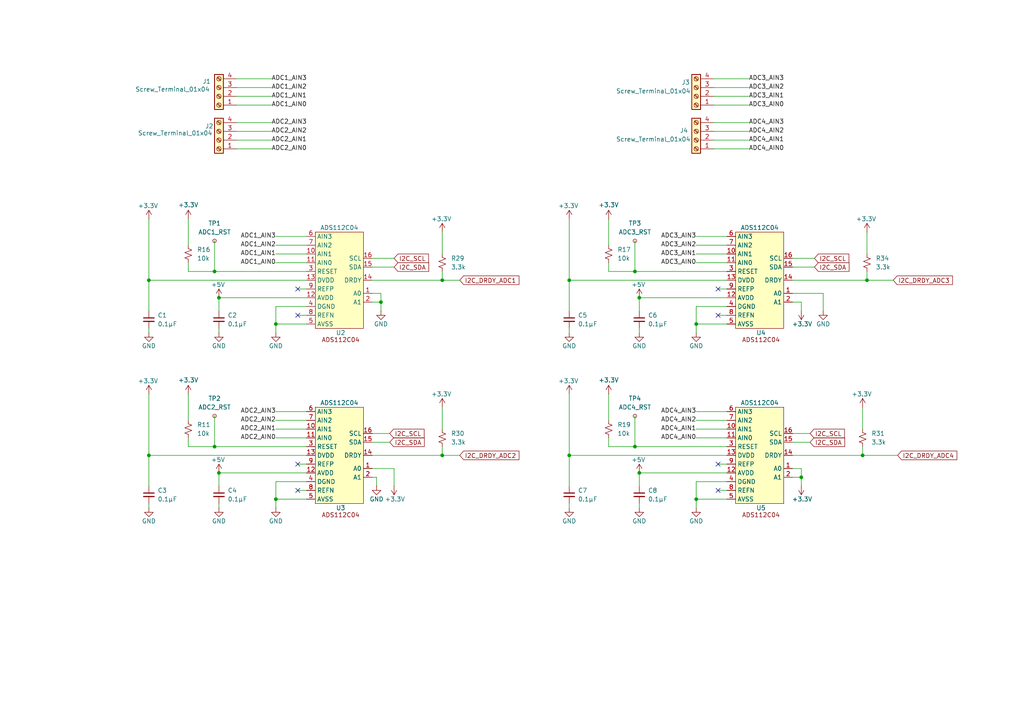
<source format=kicad_sch>
(kicad_sch (version 20250114) (generator "eeschema") (generator_version "9.0")
  (paper "A4")
  (title_block (rev "0.1.0") (company "Queen's Rocket Engineering Team"))
  (lib_symbols
    (symbol "ADS112C04_1"
      (property "Reference" "U" (at -0.762 -12.7 0))
      (symbol "ADS112C04_1_1_1"
        (rectangle (start -7.62 16.51) (end 6.35 -11.43) (fill (type background)))
        (text "ADS112C04" (at -0.254 -14.732 0) (effects (font (size 1.27 1.27))))
        (pin input line (at -10.16 15.24 0) (length 2.54) (name "AIN3") (number "6"))
        (pin input line (at -10.16 12.7 0) (length 2.54) (name "AIN2") (number "7"))
        (pin input line (at -10.16 10.16 0) (length 2.54) (name "AIN1") (number "10"))
        (pin input line (at -10.16 7.62 0) (length 2.54) (name "AIN0") (number "11"))
        (pin input line (at -10.16 5.08 0) (length 2.54) (name "RESET") (number "3"))
        (pin power_in line (at -10.16 2.54 0) (length 2.54) (name "DVDD") (number "13"))
        (pin input line (at -10.16 0 0) (length 2.54) (name "REFP") (number "9"))
        (pin power_in line (at -10.16 -2.54 0) (length 2.54) (name "AVDD") (number "12"))
        (pin power_in line (at -10.16 -5.08 0) (length 2.54) (name "DGND") (number "4"))
        (pin input line (at -10.16 -7.62 0) (length 2.54) (name "REFN") (number "8"))
        (pin power_in line (at -10.16 -10.16 0) (length 2.54) (name "AVSS") (number "5"))
        (pin input line (at 8.89 8.89 180) (length 2.54) (name "SCL") (number "16"))
        (pin bidirectional line (at 8.89 6.35 180) (length 2.54) (name "SDA") (number "15"))
        (pin output line (at 8.89 2.54 180) (length 2.54) (name "DRDY") (number "14"))
        (pin input line (at 8.89 -1.27 180) (length 2.54) (name "A0") (number "1"))
        (pin input line (at 8.89 -3.81 180) (length 2.54) (name "A1") (number "2"))
      )
    )
    (symbol "Connector:Screw_Terminal_01x04" (pin_names (offset 1.016) (hide yes))
      (property "Reference" "J" (at 0 5.08 0))
      (property "Value" "Screw_Terminal_01x04" (at 0 -7.62 0))
      (symbol "Screw_Terminal_01x04_1_1"
        (rectangle (start -1.27 3.81) (end 1.27 -6.35) (stroke (width 0.254)) (fill (type background)))
        (polyline (pts (xy -0.5334 2.8702) (xy 0.3302 2.032)) (stroke (width 0.1524)))
        (polyline (pts (xy -0.5334 0.3302) (xy 0.3302 -0.508)) (stroke (width 0.1524)))
        (polyline (pts (xy -0.5334 -2.2098) (xy 0.3302 -3.048)) (stroke (width 0.1524)))
        (polyline (pts (xy -0.5334 -4.7498) (xy 0.3302 -5.588)) (stroke (width 0.1524)))
        (polyline (pts (xy -0.3556 3.048) (xy 0.508 2.2098)) (stroke (width 0.1524)))
        (polyline (pts (xy -0.3556 0.508) (xy 0.508 -0.3302)) (stroke (width 0.1524)))
        (polyline (pts (xy -0.3556 -2.032) (xy 0.508 -2.8702)) (stroke (width 0.1524)))
        (polyline (pts (xy -0.3556 -4.572) (xy 0.508 -5.4102)) (stroke (width 0.1524)))
        (circle (center 0 2.54) (radius 0.635) (stroke (width 0.1524)))
        (circle (center 0 0) (radius 0.635) (stroke (width 0.1524)))
        (circle (center 0 -2.54) (radius 0.635) (stroke (width 0.1524)))
        (circle (center 0 -5.08) (radius 0.635) (stroke (width 0.1524)))
        (pin passive line (at -5.08 2.54 0) (length 3.81) (name "Pin_1") (number "1"))
        (pin passive line (at -5.08 0 0) (length 3.81) (name "Pin_2") (number "2"))
        (pin passive line (at -5.08 -2.54 0) (length 3.81) (name "Pin_3") (number "3"))
        (pin passive line (at -5.08 -5.08 0) (length 3.81) (name "Pin_4") (number "4"))
      )
    )
    (symbol "Connector:TestPoint_Small" (pin_numbers (hide yes)) (pin_names (offset 0.762) (hide yes))
      (property "Reference" "TP" (at 0 3.81 0))
      (property "Value" "TestPoint_Small" (at 0 2.032 0))
      (symbol "TestPoint_Small_0_1"
        (circle (center 0 0) (radius 0.508))
      )
      (symbol "TestPoint_Small_1_1"
        (pin passive line (at 0 0 90) (length 0) (name "1") (number "1"))
      )
    )
    (symbol "Device:C_Small" (pin_numbers (hide yes)) (pin_names (offset 0.254) (hide yes))
      (property "Reference" "C" (at 0.254 1.778 0))
      (property "Value" "C_Small" (at 0.254 -2.032 0))
      (symbol "C_Small_0_1"
        (polyline (pts (xy -1.524 0.508) (xy 1.524 0.508)) (stroke (width 0.3048)))
        (polyline (pts (xy -1.524 -0.508) (xy 1.524 -0.508)) (stroke (width 0.3302)))
      )
      (symbol "C_Small_1_1"
        (pin passive line (at 0 2.54 270) (length 2.032) (name "~") (number "1"))
        (pin passive line (at 0 -2.54 90) (length 2.032) (name "~") (number "2"))
      )
    )
    (symbol "Device:R_Small_US" (pin_numbers (hide yes)) (pin_names (offset 0.254) (hide yes))
      (property "Reference" "R" (at 0.762 0.508 0))
      (property "Value" "R_Small_US" (at 0.762 -1.016 0))
      (symbol "R_Small_US_1_1"
        (polyline (pts (xy 0 1.524) (xy 1.016 1.143) (xy 0 0.762) (xy -1.016 0.381) (xy 0 0)))
        (polyline (pts (xy 0 0) (xy 1.016 -0.381) (xy 0 -0.762) (xy -1.016 -1.143) (xy 0 -1.524)))
        (pin passive line (at 0 2.54 270) (length 1.016) (name "~") (number "1"))
        (pin passive line (at 0 -2.54 90) (length 1.016) (name "~") (number "2"))
      )
    )
    (symbol "power:+3.3V" (power) (pin_numbers (hide yes)) (pin_names (offset 0) (hide yes))
      (property "Value" "+3.3V" (at 0 3.556 0))
      (symbol "+3.3V_0_1"
        (polyline (pts (xy -0.762 1.27) (xy 0 2.54)))
        (polyline (pts (xy 0 2.54) (xy 0.762 1.27)))
        (polyline (pts (xy 0 0) (xy 0 2.54)))
      )
      (symbol "+3.3V_1_1"
        (pin power_in line (at 0 0 90) (length 0) (name "~") (number "1"))
      )
    )
    (symbol "power:GND" (power) (pin_numbers (hide yes)) (pin_names (offset 0) (hide yes))
      (property "Value" "GND" (at 0 -3.81 0))
      (symbol "GND_0_1"
        (polyline (pts (xy 0 0) (xy 0 -1.27) (xy 1.27 -1.27) (xy 0 -2.54) (xy -1.27 -1.27) (xy 0 -1.27)))
      )
      (symbol "GND_1_1"
        (pin power_in line (at 0 0 270) (length 0) (name "~") (number "1"))
      )
    )
  )
  (junction (at 184.15 78.74))
  (junction (at 110.49 87.63))
  (junction (at 232.41 138.43))
  (junction (at 185.42 137.16))
  (junction (at 165.1 81.28))
  (junction (at 43.18 81.28))
  (junction (at 80.01 144.78))
  (junction (at 201.93 144.78))
  (junction (at 128.27 81.28))
  (junction (at 251.46 81.28))
  (junction (at 43.18 132.08))
  (junction (at 185.42 86.36))
  (junction (at 62.23 78.74))
  (junction (at 250.19 132.08))
  (junction (at 184.15 129.54))
  (junction (at 63.5 137.16))
  (junction (at 80.01 93.98))
  (junction (at 62.23 129.54))
  (junction (at 165.1 132.08))
  (junction (at 128.27 132.08))
  (junction (at 201.93 93.98))
  (junction (at 63.5 86.36))
  (no_connect (at 208.28 91.44))
  (no_connect (at 208.28 83.82))
  (no_connect (at 208.28 142.24))
  (no_connect (at 86.36 142.24))
  (no_connect (at 208.28 134.62))
  (no_connect (at 86.36 134.62))
  (no_connect (at 86.36 91.44))
  (no_connect (at 86.36 83.82))
  (wire (pts (xy 229.87 135.89) (xy 232.41 135.89)))
  (wire (pts (xy 165.1 63.5) (xy 165.1 81.28)))
  (wire (pts (xy 63.5 146.05) (xy 63.5 147.32)))
  (wire (pts (xy 78.74 35.56) (xy 68.58 35.56)))
  (wire (pts (xy 184.15 69.85) (xy 184.15 78.74)))
  (wire (pts (xy 128.27 118.11) (xy 128.27 124.46)))
  (wire (pts (xy 201.93 139.7) (xy 201.93 144.78)))
  (wire (pts (xy 62.23 120.65) (xy 62.23 129.54)))
  (wire (pts (xy 201.93 73.66) (xy 210.82 73.66)))
  (wire (pts (xy 62.23 129.54) (xy 54.61 129.54)))
  (wire (pts (xy 208.28 83.82) (xy 210.82 83.82)))
  (wire (pts (xy 78.74 38.1) (xy 68.58 38.1)))
  (wire (pts (xy 109.22 138.43) (xy 109.22 140.97)))
  (wire (pts (xy 165.1 132.08) (xy 210.82 132.08)))
  (wire (pts (xy 43.18 63.5) (xy 43.18 81.28)))
  (wire (pts (xy 229.87 87.63) (xy 232.41 87.63)))
  (wire (pts (xy 250.19 118.11) (xy 250.19 124.46)))
  (wire (pts (xy 107.95 77.47) (xy 114.3 77.47)))
  (wire (pts (xy 63.5 86.36) (xy 88.9 86.36)))
  (wire (pts (xy 80.01 73.66) (xy 88.9 73.66)))
  (wire (pts (xy 184.15 129.54) (xy 210.82 129.54)))
  (wire (pts (xy 217.17 43.18) (xy 207.01 43.18)))
  (wire (pts (xy 107.95 135.89) (xy 114.3 135.89)))
  (wire (pts (xy 54.61 63.5) (xy 54.61 71.12)))
  (wire (pts (xy 63.5 86.36) (xy 63.5 90.17)))
  (wire (pts (xy 250.19 132.08) (xy 229.87 132.08)))
  (wire (pts (xy 128.27 67.31) (xy 128.27 73.66)))
  (wire (pts (xy 184.15 78.74) (xy 176.53 78.74)))
  (wire (pts (xy 80.01 121.92) (xy 88.9 121.92)))
  (wire (pts (xy 165.1 81.28) (xy 165.1 90.17)))
  (wire (pts (xy 43.18 132.08) (xy 43.18 140.97)))
  (wire (pts (xy 176.53 78.74) (xy 176.53 76.2)))
  (wire (pts (xy 185.42 86.36) (xy 210.82 86.36)))
  (wire (pts (xy 201.93 71.12) (xy 210.82 71.12)))
  (wire (pts (xy 250.19 132.08) (xy 260.35 132.08)))
  (wire (pts (xy 208.28 134.62) (xy 210.82 134.62)))
  (wire (pts (xy 238.76 85.09) (xy 238.76 90.17)))
  (wire (pts (xy 185.42 146.05) (xy 185.42 147.32)))
  (wire (pts (xy 185.42 86.36) (xy 185.42 90.17)))
  (wire (pts (xy 88.9 144.78) (xy 80.01 144.78)))
  (wire (pts (xy 128.27 129.54) (xy 128.27 132.08)))
  (wire (pts (xy 54.61 114.3) (xy 54.61 121.92)))
  (wire (pts (xy 80.01 124.46) (xy 88.9 124.46)))
  (wire (pts (xy 43.18 95.25) (xy 43.18 96.52)))
  (wire (pts (xy 43.18 114.3) (xy 43.18 132.08)))
  (wire (pts (xy 201.93 124.46) (xy 210.82 124.46)))
  (wire (pts (xy 63.5 137.16) (xy 88.9 137.16)))
  (wire (pts (xy 201.93 119.38) (xy 210.82 119.38)))
  (wire (pts (xy 43.18 81.28) (xy 88.9 81.28)))
  (wire (pts (xy 217.17 25.4) (xy 207.01 25.4)))
  (wire (pts (xy 232.41 87.63) (xy 232.41 90.17)))
  (wire (pts (xy 80.01 144.78) (xy 80.01 147.32)))
  (wire (pts (xy 201.93 68.58) (xy 210.82 68.58)))
  (wire (pts (xy 113.03 128.27) (xy 107.95 128.27)))
  (wire (pts (xy 107.95 81.28) (xy 128.27 81.28)))
  (wire (pts (xy 250.19 129.54) (xy 250.19 132.08)))
  (wire (pts (xy 107.95 125.73) (xy 113.03 125.73)))
  (wire (pts (xy 78.74 27.94) (xy 68.58 27.94)))
  (wire (pts (xy 201.93 88.9) (xy 201.93 93.98)))
  (wire (pts (xy 128.27 132.08) (xy 133.35 132.08)))
  (wire (pts (xy 107.95 85.09) (xy 110.49 85.09)))
  (wire (pts (xy 165.1 132.08) (xy 165.1 140.97)))
  (wire (pts (xy 62.23 69.85) (xy 62.23 78.74)))
  (wire (pts (xy 229.87 138.43) (xy 232.41 138.43)))
  (wire (pts (xy 88.9 88.9) (xy 80.01 88.9)))
  (wire (pts (xy 86.36 134.62) (xy 88.9 134.62)))
  (wire (pts (xy 78.74 22.86) (xy 68.58 22.86)))
  (wire (pts (xy 184.15 120.65) (xy 184.15 129.54)))
  (wire (pts (xy 201.93 93.98) (xy 201.93 96.52)))
  (wire (pts (xy 80.01 127) (xy 88.9 127)))
  (wire (pts (xy 78.74 40.64) (xy 68.58 40.64)))
  (wire (pts (xy 80.01 88.9) (xy 80.01 93.98)))
  (wire (pts (xy 201.93 144.78) (xy 201.93 147.32)))
  (wire (pts (xy 54.61 129.54) (xy 54.61 127)))
  (wire (pts (xy 217.17 27.94) (xy 207.01 27.94)))
  (wire (pts (xy 78.74 43.18) (xy 68.58 43.18)))
  (wire (pts (xy 184.15 78.74) (xy 210.82 78.74)))
  (wire (pts (xy 78.74 30.48) (xy 68.58 30.48)))
  (wire (pts (xy 210.82 139.7) (xy 201.93 139.7)))
  (wire (pts (xy 208.28 91.44) (xy 210.82 91.44)))
  (wire (pts (xy 128.27 132.08) (xy 107.95 132.08)))
  (wire (pts (xy 114.3 135.89) (xy 114.3 140.97)))
  (wire (pts (xy 210.82 144.78) (xy 201.93 144.78)))
  (wire (pts (xy 232.41 138.43) (xy 232.41 140.97)))
  (wire (pts (xy 80.01 68.58) (xy 88.9 68.58)))
  (wire (pts (xy 185.42 137.16) (xy 210.82 137.16)))
  (wire (pts (xy 107.95 138.43) (xy 109.22 138.43)))
  (wire (pts (xy 210.82 93.98) (xy 201.93 93.98)))
  (wire (pts (xy 165.1 146.05) (xy 165.1 147.32)))
  (wire (pts (xy 80.01 139.7) (xy 80.01 144.78)))
  (wire (pts (xy 217.17 35.56) (xy 207.01 35.56)))
  (wire (pts (xy 176.53 129.54) (xy 176.53 127)))
  (wire (pts (xy 234.95 125.73) (xy 229.87 125.73)))
  (wire (pts (xy 80.01 71.12) (xy 88.9 71.12)))
  (wire (pts (xy 251.46 67.31) (xy 251.46 73.66)))
  (wire (pts (xy 88.9 139.7) (xy 80.01 139.7)))
  (wire (pts (xy 217.17 38.1) (xy 207.01 38.1)))
  (wire (pts (xy 88.9 93.98) (xy 80.01 93.98)))
  (wire (pts (xy 62.23 78.74) (xy 88.9 78.74)))
  (wire (pts (xy 229.87 81.28) (xy 251.46 81.28)))
  (wire (pts (xy 251.46 81.28) (xy 259.08 81.28)))
  (wire (pts (xy 210.82 88.9) (xy 201.93 88.9)))
  (wire (pts (xy 165.1 114.3) (xy 165.1 132.08)))
  (wire (pts (xy 201.93 76.2) (xy 210.82 76.2)))
  (wire (pts (xy 234.95 128.27) (xy 229.87 128.27)))
  (wire (pts (xy 176.53 114.3) (xy 176.53 121.92)))
  (wire (pts (xy 185.42 137.16) (xy 185.42 140.97)))
  (wire (pts (xy 184.15 129.54) (xy 176.53 129.54)))
  (wire (pts (xy 107.95 74.93) (xy 114.3 74.93)))
  (wire (pts (xy 43.18 132.08) (xy 88.9 132.08)))
  (wire (pts (xy 107.95 87.63) (xy 110.49 87.63)))
  (wire (pts (xy 63.5 95.25) (xy 63.5 96.52)))
  (wire (pts (xy 43.18 81.28) (xy 43.18 90.17)))
  (wire (pts (xy 62.23 78.74) (xy 54.61 78.74)))
  (wire (pts (xy 128.27 78.74) (xy 128.27 81.28)))
  (wire (pts (xy 86.36 91.44) (xy 88.9 91.44)))
  (wire (pts (xy 54.61 78.74) (xy 54.61 76.2)))
  (wire (pts (xy 185.42 95.25) (xy 185.42 96.52)))
  (wire (pts (xy 62.23 129.54) (xy 88.9 129.54)))
  (wire (pts (xy 217.17 22.86) (xy 207.01 22.86)))
  (wire (pts (xy 201.93 127) (xy 210.82 127)))
  (wire (pts (xy 208.28 142.24) (xy 210.82 142.24)))
  (wire (pts (xy 217.17 40.64) (xy 207.01 40.64)))
  (wire (pts (xy 229.87 74.93) (xy 236.22 74.93)))
  (wire (pts (xy 110.49 85.09) (xy 110.49 87.63)))
  (wire (pts (xy 80.01 119.38) (xy 88.9 119.38)))
  (wire (pts (xy 251.46 78.74) (xy 251.46 81.28)))
  (wire (pts (xy 165.1 81.28) (xy 210.82 81.28)))
  (wire (pts (xy 165.1 95.25) (xy 165.1 96.52)))
  (wire (pts (xy 86.36 83.82) (xy 88.9 83.82)))
  (wire (pts (xy 232.41 135.89) (xy 232.41 138.43)))
  (wire (pts (xy 80.01 93.98) (xy 80.01 96.52)))
  (wire (pts (xy 63.5 137.16) (xy 63.5 140.97)))
  (wire (pts (xy 217.17 30.48) (xy 207.01 30.48)))
  (wire (pts (xy 80.01 76.2) (xy 88.9 76.2)))
  (wire (pts (xy 201.93 121.92) (xy 210.82 121.92)))
  (wire (pts (xy 229.87 77.47) (xy 236.22 77.47)))
  (wire (pts (xy 78.74 25.4) (xy 68.58 25.4)))
  (wire (pts (xy 110.49 87.63) (xy 110.49 90.17)))
  (wire (pts (xy 176.53 63.5) (xy 176.53 71.12)))
  (wire (pts (xy 128.27 81.28) (xy 133.35 81.28)))
  (wire (pts (xy 86.36 142.24) (xy 88.9 142.24)))
  (wire (pts (xy 43.18 146.05) (xy 43.18 147.32)))
  (wire (pts (xy 229.87 85.09) (xy 238.76 85.09)))
  (label "ADC1_AIN3" (at 78.74 22.86 0))
  (label "ADC1_AIN2" (at 80.01 71.12 180))
  (label "ADC4_AIN3" (at 217.17 35.56 0))
  (label "ADC3_AIN0" (at 217.17 30.48 0))
  (label "ADC1_AIN2" (at 78.74 25.4 0))
  (label "ADC3_AIN3" (at 201.93 68.58 180))
  (label "ADC2_AIN3" (at 78.74 35.56 0))
  (label "ADC2_AIN3" (at 80.01 119.38 180))
  (label "ADC1_AIN1" (at 80.01 73.66 180))
  (label "ADC3_AIN3" (at 217.17 22.86 0))
  (label "ADC1_AIN0" (at 80.01 76.2 180))
  (label "ADC2_AIN1" (at 78.74 40.64 0))
  (label "ADC2_AIN0" (at 80.01 127 180))
  (label "ADC3_AIN1" (at 201.93 73.66 180))
  (label "ADC4_AIN0" (at 201.93 127 180))
  (label "ADC4_AIN3" (at 201.93 119.38 180))
  (label "ADC4_AIN2" (at 201.93 121.92 180))
  (label "ADC3_AIN0" (at 201.93 76.2 180))
  (label "ADC1_AIN1" (at 78.74 27.94 0))
  (label "ADC4_AIN0" (at 217.17 43.18 0))
  (label "ADC4_AIN2" (at 217.17 38.1 0))
  (label "ADC1_AIN3" (at 80.01 68.58 180))
  (label "ADC3_AIN2" (at 201.93 71.12 180))
  (label "ADC2_AIN1" (at 80.01 124.46 180))
  (label "ADC3_AIN2" (at 217.17 25.4 0))
  (label "ADC2_AIN2" (at 80.01 121.92 180))
  (label "ADC1_AIN0" (at 78.74 30.48 0))
  (label "ADC2_AIN0" (at 78.74 43.18 0))
  (label "ADC3_AIN1" (at 217.17 27.94 0))
  (label "ADC2_AIN2" (at 78.74 38.1 0))
  (label "ADC4_AIN1" (at 217.17 40.64 0))
  (label "ADC4_AIN1" (at 201.93 124.46 180))
  (global_label "I2C_SCL" (shape input) (at 114.3 74.93 0) (property "Intersheetrefs" "${INTERSHEET_REFS}" (effects (hide yes))))
  (global_label "I2C_DRDY_ADC1" (shape input) (at 133.35 81.28 0) (property "Intersheetrefs" "${INTERSHEET_REFS}" (effects (hide yes))))
  (global_label "I2C_SCL" (shape input) (at 113.03 125.73 0) (property "Intersheetrefs" "${INTERSHEET_REFS}" (effects (hide yes))))
  (global_label "I2C_SDA" (shape input) (at 234.95 128.27 0) (property "Intersheetrefs" "${INTERSHEET_REFS}" (effects (hide yes))))
  (global_label "I2C_SDA" (shape input) (at 114.3 77.47 0) (property "Intersheetrefs" "${INTERSHEET_REFS}" (effects (hide yes))))
  (global_label "I2C_SCL" (shape input) (at 234.95 125.73 0) (property "Intersheetrefs" "${INTERSHEET_REFS}" (effects (hide yes))))
  (global_label "I2C_DRDY_ADC3" (shape input) (at 259.08 81.28 0) (property "Intersheetrefs" "${INTERSHEET_REFS}" (effects (hide yes))))
  (global_label "I2C_DRDY_ADC2" (shape input) (at 133.35 132.08 0) (property "Intersheetrefs" "${INTERSHEET_REFS}" (effects (hide yes))))
  (global_label "I2C_SDA" (shape input) (at 113.03 128.27 0) (property "Intersheetrefs" "${INTERSHEET_REFS}" (effects (hide yes))))
  (global_label "I2C_SDA" (shape input) (at 236.22 77.47 0) (property "Intersheetrefs" "${INTERSHEET_REFS}" (effects (hide yes))))
  (global_label "I2C_DRDY_ADC4" (shape input) (at 260.35 132.08 0) (property "Intersheetrefs" "${INTERSHEET_REFS}" (effects (hide yes))))
  (global_label "I2C_SCL" (shape input) (at 236.22 74.93 0) (property "Intersheetrefs" "${INTERSHEET_REFS}" (effects (hide yes))))
  (symbol (lib_id "power:GND") (at 80.01 147.32 0) (unit 1)
    (property "Reference" "#PWR013" (effects (hide yes)))
    (property "Value" "GND" (at 80.01 151.13 0))
    (property "Description" "Power symbol creates a global label with name \"GND\" , ground" (effects (hide yes)))
  )
  (symbol (lib_id "Connector:TestPoint_Small") (at 62.23 120.65 90) (unit 1)
    (property "Reference" "TP2" (at 62.23 115.57 90))
    (property "Value" "ADC2_RST" (at 62.23 118.11 90))
    (property "Footprint" "TestPoint:TestPoint_Pad_D2.0mm" (effects (hide yes)))
    (property "Description" "test point" (effects (hide yes)))
  )
  (symbol (lib_id "power:GND") (at 110.49 90.17 0) (unit 1)
    (property "Reference" "#PWR018" (effects (hide yes)))
    (property "Value" "GND" (at 110.49 93.98 0))
    (property "Description" "Power symbol creates a global label with name \"GND\" , ground" (effects (hide yes)))
  )
  (symbol (lib_id "Device:C_Small") (at 63.5 92.71 0) (unit 1)
    (property "Reference" "C2" (at 66.04 91.4462 0) (effects (justify left)))
    (property "Value" "0.1μF" (at 66.04 93.9862 0) (effects (justify left)))
    (property "Footprint" "Capacitor_SMD:C_0402_1005Metric" (effects (hide yes)))
    (property "Description" "Unpolarized capacitor, small symbol" (effects (hide yes)))
    (property "MPN" "CL05B104KO5NNNC" (effects (hide yes)))
    (property "LCSC" "C1525" (effects (hide yes)))
  )
  (symbol (lib_id "Connector:Screw_Terminal_01x04") (at 201.93 40.64 180) (unit 1)
    (property "Reference" "J4" (at 198.374 37.846 0))
    (property "Value" "Screw_Terminal_01x04" (at 189.484 40.386 0))
    (property "Footprint" "TerminalBlock:TerminalBlock_Xinya_XY308-2.54-4P_1x04_P2.54mm_Horizontal" (effects (hide yes)))
    (property "Description" "Generic screw terminal, single row, 01x04, script generated (kicad-library-utils/schlib/autogen/connector/)" (effects (hide yes)))
    (property "Digikey PN" "ED10563-ND" (effects (hide yes)))
  )
  (symbol (lib_id "Device:C_Small") (at 165.1 92.71 0) (unit 1)
    (property "Reference" "C5" (at 167.64 91.4462 0) (effects (justify left)))
    (property "Value" "0.1μF" (at 167.64 93.9862 0) (effects (justify left)))
    (property "Footprint" "Capacitor_SMD:C_0402_1005Metric" (effects (hide yes)))
    (property "Description" "Unpolarized capacitor, small symbol" (effects (hide yes)))
    (property "MPN" "CL05B104KO5NNNC" (effects (hide yes)))
    (property "LCSC" "C1525" (effects (hide yes)))
  )
  (symbol (lib_id "power:GND") (at 43.18 96.52 0) (unit 1)
    (property "Reference" "#PWR04" (effects (hide yes)))
    (property "Value" "GND" (at 43.18 100.33 0))
    (property "Description" "Power symbol creates a global label with name \"GND\" , ground" (effects (hide yes)))
  )
  (symbol (lib_id "Device:C_Small") (at 43.18 92.71 0) (unit 1)
    (property "Reference" "C1" (at 45.72 91.4462 0) (effects (justify left)))
    (property "Value" "0.1μF" (at 45.72 93.9862 0) (effects (justify left)))
    (property "Footprint" "Capacitor_SMD:C_0402_1005Metric" (effects (hide yes)))
    (property "Description" "Unpolarized capacitor, small symbol" (effects (hide yes)))
    (property "MPN" "CL05B104KO5NNNC" (effects (hide yes)))
    (property "LCSC" "C1525" (effects (hide yes)))
  )
  (symbol (lib_id "power:GND") (at 201.93 96.52 0) (unit 1)
    (property "Reference" "#PWR022" (effects (hide yes)))
    (property "Value" "GND" (at 201.93 100.33 0))
    (property "Description" "Power symbol creates a global label with name \"GND\" , ground" (effects (hide yes)))
  )
  (symbol (lib_id "power:+3.3V") (at 176.53 114.3 0) (unit 1)
    (property "Reference" "#PWR037" (effects (hide yes)))
    (property "Value" "+3.3V" (at 176.53 110.236 0))
    (property "Description" "Power symbol creates a global label with name \"+3.3V\"" (effects (hide yes)))
  )
  (symbol (lib_id "Connector:TestPoint_Small") (at 62.23 69.85 90) (unit 1)
    (property "Reference" "TP1" (at 62.23 64.77 90))
    (property "Value" "ADC1_RST" (at 62.23 67.31 90))
    (property "Footprint" "TestPoint:TestPoint_Pad_D2.0mm" (effects (hide yes)))
    (property "Description" "test point" (effects (hide yes)))
  )
  (symbol (lib_id "Connector:TestPoint_Small") (at 184.15 120.65 90) (unit 1)
    (property "Reference" "TP4" (at 184.15 115.57 90))
    (property "Value" "ADC4_RST" (at 184.15 118.11 90))
    (property "Footprint" "TestPoint:TestPoint_Pad_D2.0mm" (effects (hide yes)))
    (property "Description" "test point" (effects (hide yes)))
  )
  (symbol (lib_id "power:+3.3V") (at 43.18 114.3 0) (unit 1)
    (property "Reference" "#PWR09" (effects (hide yes)))
    (property "Value" "+3.3V" (at 42.926 110.49 0))
    (property "Description" "Power symbol creates a global label with name \"+3.3V\"" (effects (hide yes)))
  )
  (symbol (lib_id "power:GND") (at 201.93 147.32 0) (unit 1)
    (property "Reference" "#PWR023" (effects (hide yes)))
    (property "Value" "GND" (at 201.93 151.13 0))
    (property "Description" "Power symbol creates a global label with name \"GND\" , ground" (effects (hide yes)))
  )
  (symbol (lib_id "power:+3.3V") (at 63.5 86.36 0) (unit 1)
    (property "Reference" "#PWR05" (effects (hide yes)))
    (property "Value" "+5V" (at 63.246 82.55 0))
    (property "Description" "Power symbol creates a global label with name \"+3.3V\"" (effects (hide yes)))
  )
  (symbol (lib_id "Device:R_Small_US") (at 54.61 73.66 0) (unit 1)
    (property "Reference" "R16" (at 57.15 72.3899 0) (effects (justify left)))
    (property "Value" "10k" (at 57.15 74.9299 0) (effects (justify left)))
    (property "Footprint" "Resistor_SMD:R_0402_1005Metric" (effects (hide yes)))
    (property "Description" "Resistor, small US symbol" (effects (hide yes)))
    (property "LCSC" "C25531" (effects (hide yes)))
    (property "MPN" "0402WGJ0103TCE" (effects (hide yes)))
  )
  (symbol (lib_id "Device:R_Small_US") (at 176.53 73.66 0) (unit 1)
    (property "Reference" "R17" (at 179.07 72.3899 0) (effects (justify left)))
    (property "Value" "10k" (at 179.07 74.9299 0) (effects (justify left)))
    (property "Footprint" "Resistor_SMD:R_0402_1005Metric" (effects (hide yes)))
    (property "Description" "Resistor, small US symbol" (effects (hide yes)))
    (property "LCSC" "C25531" (effects (hide yes)))
    (property "MPN" "0402WGJ0103TCE" (effects (hide yes)))
  )
  (symbol (lib_id "power:+3.3V") (at 185.42 86.36 0) (unit 1)
    (property "Reference" "#PWR017" (effects (hide yes)))
    (property "Value" "+5V" (at 185.166 82.55 0))
    (property "Description" "Power symbol creates a global label with name \"+3.3V\"" (effects (hide yes)))
  )
  (symbol (lib_name "ADS112C04_1") (lib_id "ADS112C04:ADS112C04") (at 99.06 134.62 0) (unit 1)
    (property "Reference" "U3" (at 98.806 147.32 0))
    (property "Value" "ADS112C04" (at 98.425 116.84 0))
    (property "Footprint" "ADS112C04IPWR:SOP65P640X120-16N" (effects (hide yes)))
    (property "Datasheet" "kicad-embed://ads112c04.pdf" (effects (hide yes)))
    (property "MPN" "ADS112C04IPWR" (effects (hide yes)))
    (property "LCSC" "C701615" (effects (hide yes)))
    (property "ADC Number" "2" (effects (hide yes)))
    (property "I2C Address" "100 0001" (effects (hide yes)))
  )
  (symbol (lib_id "Device:C_Small") (at 165.1 143.51 0) (unit 1)
    (property "Reference" "C7" (at 167.64 142.2462 0) (effects (justify left)))
    (property "Value" "0.1μF" (at 167.64 144.7862 0) (effects (justify left)))
    (property "Footprint" "Capacitor_SMD:C_0402_1005Metric" (effects (hide yes)))
    (property "Description" "Unpolarized capacitor, small symbol" (effects (hide yes)))
    (property "MPN" "CL05B104KO5NNNC" (effects (hide yes)))
    (property "LCSC" "C1525" (effects (hide yes)))
  )
  (symbol (lib_id "Device:C_Small") (at 63.5 143.51 0) (unit 1)
    (property "Reference" "C4" (at 66.04 142.2462 0) (effects (justify left)))
    (property "Value" "0.1μF" (at 66.04 144.7862 0) (effects (justify left)))
    (property "Footprint" "Capacitor_SMD:C_0402_1005Metric" (effects (hide yes)))
    (property "Description" "Unpolarized capacitor, small symbol" (effects (hide yes)))
    (property "MPN" "CL05B104KO5NNNC" (effects (hide yes)))
    (property "LCSC" "C1525" (effects (hide yes)))
  )
  (symbol (lib_id "power:+3.3V") (at 54.61 63.5 0) (unit 1)
    (property "Reference" "#PWR034" (effects (hide yes)))
    (property "Value" "+3.3V" (at 54.61 59.436 0))
    (property "Description" "Power symbol creates a global label with name \"+3.3V\"" (effects (hide yes)))
  )
  (symbol (lib_id "Connector:TestPoint_Small") (at 184.15 69.85 90) (unit 1)
    (property "Reference" "TP3" (at 184.15 64.77 90))
    (property "Value" "ADC3_RST" (at 184.15 67.31 90))
    (property "Footprint" "TestPoint:TestPoint_Pad_D2.0mm" (effects (hide yes)))
    (property "Description" "test point" (effects (hide yes)))
  )
  (symbol (lib_id "power:GND") (at 63.5 96.52 0) (unit 1)
    (property "Reference" "#PWR06" (effects (hide yes)))
    (property "Value" "GND" (at 63.5 100.33 0))
    (property "Description" "Power symbol creates a global label with name \"GND\" , ground" (effects (hide yes)))
  )
  (symbol (lib_id "Device:R_Small_US") (at 250.19 127 0) (unit 1)
    (property "Reference" "R31" (at 252.73 125.7299 0) (effects (justify left)))
    (property "Value" "3.3k" (at 252.73 128.2699 0) (effects (justify left)))
    (property "Footprint" "Resistor_SMD:R_0402_1005Metric" (effects (hide yes)))
    (property "Description" "Resistor, small US symbol" (effects (hide yes)))
    (property "MPN" "0402WGF3301TCE" (effects (hide yes)))
    (property "LCSC" "C25890" (effects (hide yes)))
  )
  (symbol (lib_id "power:GND") (at 185.42 96.52 0) (unit 1)
    (property "Reference" "#PWR019" (effects (hide yes)))
    (property "Value" "GND" (at 185.42 100.33 0))
    (property "Description" "Power symbol creates a global label with name \"GND\" , ground" (effects (hide yes)))
  )
  (symbol (lib_id "power:+3.3V") (at 251.46 67.31 0) (unit 1)
    (property "Reference" "#PWR086" (effects (hide yes)))
    (property "Value" "+3.3V" (at 251.206 63.5 0))
    (property "Description" "Power symbol creates a global label with name \"+3.3V\"" (effects (hide yes)))
  )
  (symbol (lib_id "power:GND") (at 185.42 147.32 0) (unit 1)
    (property "Reference" "#PWR021" (effects (hide yes)))
    (property "Value" "GND" (at 185.42 151.13 0))
    (property "Description" "Power symbol creates a global label with name \"GND\" , ground" (effects (hide yes)))
  )
  (symbol (lib_id "power:+3.3V") (at 176.53 63.5 0) (unit 1)
    (property "Reference" "#PWR036" (effects (hide yes)))
    (property "Value" "+3.3V" (at 176.53 59.436 0))
    (property "Description" "Power symbol creates a global label with name \"+3.3V\"" (effects (hide yes)))
  )
  (symbol (lib_id "Device:C_Small") (at 185.42 143.51 0) (unit 1)
    (property "Reference" "C8" (at 187.96 142.2462 0) (effects (justify left)))
    (property "Value" "0.1μF" (at 187.96 144.7862 0) (effects (justify left)))
    (property "Footprint" "Capacitor_SMD:C_0402_1005Metric" (effects (hide yes)))
    (property "Description" "Unpolarized capacitor, small symbol" (effects (hide yes)))
    (property "MPN" "CL05B104KO5NNNC" (effects (hide yes)))
    (property "LCSC" "C1525" (effects (hide yes)))
  )
  (symbol (lib_name "ADS112C04_1") (lib_id "ADS112C04:ADS112C04") (at 99.06 83.82 0) (unit 1)
    (property "Reference" "U2" (at 98.806 96.52 0))
    (property "Value" "ADS112C04" (at 98.425 66.04 0))
    (property "Footprint" "ADS112C04IPWR:SOP65P640X120-16N" (effects (hide yes)))
    (property "Datasheet" "kicad-embed://ads112c04.pdf" (effects (hide yes)))
    (property "ADC Number" "1" (effects (hide yes)))
    (property "I2C Address" "100 0000" (effects (hide yes)))
    (property "MPN" "ADS112C04IPWR" (effects (hide yes)))
    (property "LCSC" "C701615" (effects (hide yes)))
  )
  (symbol (lib_id "power:+3.3V") (at 232.41 140.97 180) (unit 1)
    (property "Reference" "#PWR029" (effects (hide yes)))
    (property "Value" "+3.3V" (at 232.664 144.78 0))
    (property "Description" "Power symbol creates a global label with name \"+3.3V\"" (effects (hide yes)))
  )
  (symbol (lib_id "power:GND") (at 43.18 147.32 0) (unit 1)
    (property "Reference" "#PWR010" (effects (hide yes)))
    (property "Value" "GND" (at 43.18 151.13 0))
    (property "Description" "Power symbol creates a global label with name \"GND\" , ground" (effects (hide yes)))
  )
  (symbol (lib_name "ADS112C04_1") (lib_id "ADS112C04:ADS112C04") (at 220.98 83.82 0) (unit 1)
    (property "Reference" "U4" (at 220.726 96.52 0))
    (property "Value" "ADS112C04" (at 220.345 66.04 0))
    (property "Footprint" "ADS112C04IPWR:SOP65P640X120-16N" (effects (hide yes)))
    (property "Datasheet" "kicad-embed://ads112c04.pdf" (effects (hide yes)))
    (property "ADC Number" "3" (effects (hide yes)))
    (property "I2C Address" "100 0100" (effects (hide yes)))
    (property "LCSC" "C701615" (effects (hide yes)))
    (property "MPN" "ADS112C04IPWR" (effects (hide yes)))
  )
  (symbol (lib_id "power:+3.3V") (at 43.18 63.5 0) (unit 1)
    (property "Reference" "#PWR03" (effects (hide yes)))
    (property "Value" "+3.3V" (at 42.926 59.69 0))
    (property "Description" "Power symbol creates a global label with name \"+3.3V\"" (effects (hide yes)))
  )
  (symbol (lib_id "Connector:Screw_Terminal_01x04") (at 63.5 40.64 180) (unit 1)
    (property "Reference" "J2" (at 60.706 36.576 0))
    (property "Value" "Screw_Terminal_01x04" (at 50.8 38.608 0))
    (property "Footprint" "TerminalBlock:TerminalBlock_Xinya_XY308-2.54-4P_1x04_P2.54mm_Horizontal" (effects (hide yes)))
    (property "Description" "Generic screw terminal, single row, 01x04, script generated (kicad-library-utils/schlib/autogen/connector/)" (effects (hide yes)))
    (property "Digikey PN" "ED10563-ND" (effects (hide yes)))
  )
  (symbol (lib_id "power:+3.3V") (at 128.27 67.31 0) (unit 1)
    (property "Reference" "#PWR082" (effects (hide yes)))
    (property "Value" "+3.3V" (at 128.016 63.5 0))
    (property "Description" "Power symbol creates a global label with name \"+3.3V\"" (effects (hide yes)))
  )
  (symbol (lib_id "power:GND") (at 165.1 147.32 0) (unit 1)
    (property "Reference" "#PWR016" (effects (hide yes)))
    (property "Value" "GND" (at 165.1 151.13 0))
    (property "Description" "Power symbol creates a global label with name \"GND\" , ground" (effects (hide yes)))
  )
  (symbol (lib_id "power:+3.3V") (at 128.27 118.11 0) (unit 1)
    (property "Reference" "#PWR083" (effects (hide yes)))
    (property "Value" "+3.3V" (at 128.016 114.3 0))
    (property "Description" "Power symbol creates a global label with name \"+3.3V\"" (effects (hide yes)))
  )
  (symbol (lib_id "Device:C_Small") (at 43.18 143.51 0) (unit 1)
    (property "Reference" "C3" (at 45.72 142.2462 0) (effects (justify left)))
    (property "Value" "0.1μF" (at 45.72 144.7862 0) (effects (justify left)))
    (property "Footprint" "Capacitor_SMD:C_0402_1005Metric" (effects (hide yes)))
    (property "Description" "Unpolarized capacitor, small symbol" (effects (hide yes)))
    (property "MPN" "CL05B104KO5NNNC" (effects (hide yes)))
    (property "LCSC" "C1525" (effects (hide yes)))
  )
  (symbol (lib_id "power:+3.3V") (at 54.61 114.3 0) (unit 1)
    (property "Reference" "#PWR035" (effects (hide yes)))
    (property "Value" "+3.3V" (at 54.61 110.236 0))
    (property "Description" "Power symbol creates a global label with name \"+3.3V\"" (effects (hide yes)))
  )
  (symbol (lib_id "power:+3.3V") (at 165.1 114.3 0) (unit 1)
    (property "Reference" "#PWR015" (effects (hide yes)))
    (property "Value" "+3.3V" (at 164.846 110.49 0))
    (property "Description" "Power symbol creates a global label with name \"+3.3V\"" (effects (hide yes)))
  )
  (symbol (lib_id "power:GND") (at 80.01 96.52 0) (unit 1)
    (property "Reference" "#PWR07" (effects (hide yes)))
    (property "Value" "GND" (at 80.01 100.33 0))
    (property "Description" "Power symbol creates a global label with name \"GND\" , ground" (effects (hide yes)))
  )
  (symbol (lib_id "power:GND") (at 165.1 96.52 0) (unit 1)
    (property "Reference" "#PWR014" (effects (hide yes)))
    (property "Value" "GND" (at 165.1 100.33 0))
    (property "Description" "Power symbol creates a global label with name \"GND\" , ground" (effects (hide yes)))
  )
  (symbol (lib_id "Connector:Screw_Terminal_01x04") (at 63.5 27.94 180) (unit 1)
    (property "Reference" "J1" (at 59.944 23.622 0))
    (property "Value" "Screw_Terminal_01x04" (at 50.038 25.908 0))
    (property "Footprint" "TerminalBlock:TerminalBlock_Xinya_XY308-2.54-4P_1x04_P2.54mm_Horizontal" (effects (hide yes)))
    (property "Description" "Generic screw terminal, single row, 01x04, script generated (kicad-library-utils/schlib/autogen/connector/)" (effects (hide yes)))
    (property "Digikey PN" "ED10563-ND" (effects (hide yes)))
  )
  (symbol (lib_id "Device:R_Small_US") (at 176.53 124.46 0) (unit 1)
    (property "Reference" "R19" (at 179.07 123.1899 0) (effects (justify left)))
    (property "Value" "10k" (at 179.07 125.7299 0) (effects (justify left)))
    (property "Footprint" "Resistor_SMD:R_0402_1005Metric" (effects (hide yes)))
    (property "Description" "Resistor, small US symbol" (effects (hide yes)))
    (property "LCSC" "C25531" (effects (hide yes)))
    (property "MPN" "0402WGJ0103TCE" (effects (hide yes)))
  )
  (symbol (lib_id "Device:C_Small") (at 185.42 92.71 0) (unit 1)
    (property "Reference" "C6" (at 187.96 91.4462 0) (effects (justify left)))
    (property "Value" "0.1μF" (at 187.96 93.9862 0) (effects (justify left)))
    (property "Footprint" "Capacitor_SMD:C_0402_1005Metric" (effects (hide yes)))
    (property "Description" "Unpolarized capacitor, small symbol" (effects (hide yes)))
    (property "MPN" "CL05B104KO5NNNC" (effects (hide yes)))
    (property "LCSC" "C1525" (effects (hide yes)))
  )
  (symbol (lib_id "power:+3.3V") (at 165.1 63.5 0) (unit 1)
    (property "Reference" "#PWR08" (effects (hide yes)))
    (property "Value" "+3.3V" (at 164.846 59.69 0))
    (property "Description" "Power symbol creates a global label with name \"+3.3V\"" (effects (hide yes)))
  )
  (symbol (lib_id "power:+3.3V") (at 250.19 118.11 0) (unit 1)
    (property "Reference" "#PWR085" (effects (hide yes)))
    (property "Value" "+3.3V" (at 249.936 114.3 0))
    (property "Description" "Power symbol creates a global label with name \"+3.3V\"" (effects (hide yes)))
  )
  (symbol (lib_id "power:GND") (at 63.5 147.32 0) (unit 1)
    (property "Reference" "#PWR012" (effects (hide yes)))
    (property "Value" "GND" (at 63.5 151.13 0))
    (property "Description" "Power symbol creates a global label with name \"GND\" , ground" (effects (hide yes)))
  )
  (symbol (lib_id "power:+3.3V") (at 114.3 140.97 180) (unit 1)
    (property "Reference" "#PWR026" (effects (hide yes)))
    (property "Value" "+3.3V" (at 114.554 144.78 0))
    (property "Description" "Power symbol creates a global label with name \"+3.3V\"" (effects (hide yes)))
  )
  (symbol (lib_id "power:GND") (at 109.22 140.97 0) (unit 1)
    (property "Reference" "#PWR025" (effects (hide yes)))
    (property "Value" "GND" (at 109.22 144.78 0))
    (property "Description" "Power symbol creates a global label with name \"GND\" , ground" (effects (hide yes)))
  )
  (symbol (lib_id "power:GND") (at 238.76 90.17 0) (unit 1)
    (property "Reference" "#PWR028" (effects (hide yes)))
    (property "Value" "GND" (at 238.76 93.98 0))
    (property "Description" "Power symbol creates a global label with name \"GND\" , ground" (effects (hide yes)))
  )
  (symbol (lib_id "Device:R_Small_US") (at 251.46 76.2 0) (unit 1)
    (property "Reference" "R34" (at 254 74.9299 0) (effects (justify left)))
    (property "Value" "3.3k" (at 254 77.4699 0) (effects (justify left)))
    (property "Footprint" "Resistor_SMD:R_0402_1005Metric" (effects (hide yes)))
    (property "Description" "Resistor, small US symbol" (effects (hide yes)))
    (property "MPN" "0402WGF3301TCE" (effects (hide yes)))
    (property "LCSC" "C25890" (effects (hide yes)))
  )
  (symbol (lib_name "ADS112C04_1") (lib_id "ADS112C04:ADS112C04") (at 220.98 134.62 0) (unit 1)
    (property "Reference" "U5" (at 220.726 147.32 0))
    (property "Value" "ADS112C04" (at 220.345 116.84 0))
    (property "Footprint" "ADS112C04IPWR:SOP65P640X120-16N" (effects (hide yes)))
    (property "Datasheet" "kicad-embed://ads112c04.pdf" (effects (hide yes)))
    (property "ADC Number" "4" (effects (hide yes)))
    (property "I2C Address" "100 0101" (effects (hide yes)))
    (property "MPN" "ADS112C04IPWR" (effects (hide yes)))
    (property "LCSC" "C701615" (effects (hide yes)))
  )
  (symbol (lib_id "Device:R_Small_US") (at 54.61 124.46 0) (unit 1)
    (property "Reference" "R11" (at 57.15 123.1899 0) (effects (justify left)))
    (property "Value" "10k" (at 57.15 125.7299 0) (effects (justify left)))
    (property "Footprint" "Resistor_SMD:R_0402_1005Metric" (effects (hide yes)))
    (property "Description" "Resistor, small US symbol" (effects (hide yes)))
    (property "LCSC" "C25531" (effects (hide yes)))
    (property "MPN" "0402WGJ0103TCE" (effects (hide yes)))
  )
  (symbol (lib_id "Device:R_Small_US") (at 128.27 76.2 0) (unit 1)
    (property "Reference" "R29" (at 130.81 74.9299 0) (effects (justify left)))
    (property "Value" "3.3k" (at 130.81 77.4699 0) (effects (justify left)))
    (property "Footprint" "Resistor_SMD:R_0402_1005Metric" (effects (hide yes)))
    (property "Description" "Resistor, small US symbol" (effects (hide yes)))
    (property "MPN" "0402WGF3301TCE" (effects (hide yes)))
    (property "LCSC" "C25890" (effects (hide yes)))
  )
  (symbol (lib_id "Device:R_Small_US") (at 128.27 127 0) (unit 1)
    (property "Reference" "R30" (at 130.81 125.7299 0) (effects (justify left)))
    (property "Value" "3.3k" (at 130.81 128.2699 0) (effects (justify left)))
    (property "Footprint" "Resistor_SMD:R_0402_1005Metric" (effects (hide yes)))
    (property "Description" "Resistor, small US symbol" (effects (hide yes)))
    (property "MPN" "0402WGF3301TCE" (effects (hide yes)))
    (property "LCSC" "C25890" (effects (hide yes)))
  )
  (symbol (lib_id "power:+3.3V") (at 232.41 90.17 180) (unit 1)
    (property "Reference" "#PWR027" (effects (hide yes)))
    (property "Value" "+3.3V" (at 232.664 93.98 0))
    (property "Description" "Power symbol creates a global label with name \"+3.3V\"" (effects (hide yes)))
  )
  (symbol (lib_id "Connector:Screw_Terminal_01x04") (at 201.93 27.94 180) (unit 1)
    (property "Reference" "J3" (at 198.882 23.876 0))
    (property "Value" "Screw_Terminal_01x04" (at 189.484 26.416 0))
    (property "Footprint" "TerminalBlock:TerminalBlock_Xinya_XY308-2.54-4P_1x04_P2.54mm_Horizontal" (effects (hide yes)))
    (property "Description" "Generic screw terminal, single row, 01x04, script generated (kicad-library-utils/schlib/autogen/connector/)" (effects (hide yes)))
    (property "Digikey PN" "ED10563-ND" (effects (hide yes)))
  )
  (symbol (lib_id "power:+3.3V") (at 63.5 137.16 0) (unit 1)
    (property "Reference" "#PWR011" (effects (hide yes)))
    (property "Value" "+5V" (at 63.246 133.35 0))
    (property "Description" "Power symbol creates a global label with name \"+3.3V\"" (effects (hide yes)))
  )
  (symbol (lib_id "power:+3.3V") (at 185.42 137.16 0) (unit 1)
    (property "Reference" "#PWR020" (effects (hide yes)))
    (property "Value" "+5V" (at 185.166 133.35 0))
    (property "Description" "Power symbol creates a global label with name \"+3.3V\"" (effects (hide yes)))
  )
)
</source>
